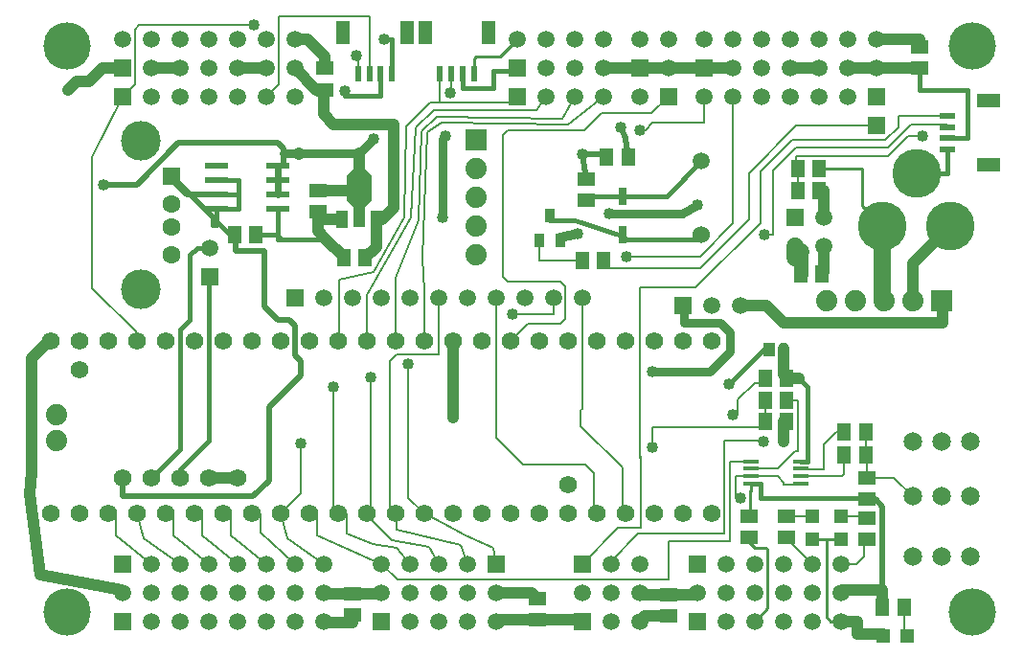
<source format=gtl>
G04 DipTrace 3.3.1.3*
G04 T4-T36-Breakout.gtl*
%MOIN*%
G04 #@! TF.FileFunction,Copper,L1,Top*
G04 #@! TF.Part,Single*
%AMOUTLINE0*
4,1,10,
0.019685,-0.100394,
0.019685,-0.033465,
0.043307,-0.009843,
0.043307,0.076772,
0.019685,0.100394,
-0.019685,0.100394,
-0.043307,0.076772,
-0.043307,-0.009843,
-0.019685,-0.033465,
-0.019685,-0.100394,
0.019685,-0.100394,
0*%
G04 #@! TA.AperFunction,ViaPad*
%ADD13C,0.04*%
G04 #@! TA.AperFunction,Conductor*
%ADD14C,0.015*%
%ADD15C,0.023622*%
%ADD16C,0.03937*%
%ADD18C,0.015748*%
%ADD19C,0.02*%
%ADD20C,0.03*%
%ADD21C,0.01*%
%ADD22C,0.008*%
%ADD24C,0.033465*%
%ADD25C,0.059055*%
G04 #@! TA.AperFunction,ComponentPad*
%ADD26C,0.06*%
G04 #@! TA.AperFunction,Conductor*
%ADD27C,0.051181*%
%ADD28R,0.059055X0.051181*%
%ADD29R,0.051181X0.059055*%
G04 #@! TA.AperFunction,ComponentPad*
%ADD30R,0.059055X0.059055*%
%ADD31C,0.059055*%
%ADD32R,0.031496X0.062992*%
G04 #@! TA.AperFunction,ComponentPad*
%ADD33C,0.17*%
%ADD34R,0.062992X0.062992*%
%ADD35C,0.062992*%
%ADD36C,0.137795*%
%ADD38C,0.065199*%
%ADD39R,0.03937X0.051181*%
%ADD40O,0.03937X0.051181*%
%ADD41R,0.047244X0.07874*%
%ADD42R,0.023622X0.05315*%
%ADD43R,0.07874X0.047244*%
%ADD44R,0.05315X0.023622*%
%ADD46R,0.047244X0.047244*%
%ADD47R,0.033465X0.051181*%
%ADD50R,0.07874X0.023622*%
G04 #@! TA.AperFunction,ComponentPad*
%ADD51R,0.074X0.074*%
%ADD52C,0.074*%
%ADD53C,0.06194*%
%ADD54C,0.074*%
%ADD56R,0.03937X0.059055*%
%ADD57R,0.055118X0.015748*%
G04 #@! TA.AperFunction,ViaPad*
%ADD59C,0.165*%
%ADD136OUTLINE0*%
%FSLAX26Y26*%
G04*
G70*
G90*
G75*
G01*
G04 Top*
%LPD*%
X2868700Y2443700D2*
D13*
X2768700D1*
X843700D2*
X943700D1*
X1143700D2*
X1243700D1*
X3068700D2*
X3168700D1*
X3268700D2*
X3368700D1*
X1343700D2*
X1418700Y2368700D1*
X1448700D1*
X2418700Y2443700D2*
X2768700D1*
X1518700Y2363700D2*
D14*
Y2348700D1*
X1643149D1*
Y2423700D1*
X3518700Y2443700D2*
Y2367401D1*
X3683700D1*
Y2199015D1*
X3614015D1*
X3368700Y2443700D2*
D13*
X3518700D1*
X1626810Y1918700D2*
D16*
Y1869172D1*
D13*
Y1821810D1*
X1588700Y1783700D1*
X1626810Y1918700D2*
D16*
X1648700D1*
D13*
X1688700Y1958700D1*
Y2248700D1*
X1517212D1*
X1478700D1*
X1443700Y2283700D1*
Y2363700D1*
X1448700Y2368700D1*
X1928149Y2423700D2*
D14*
Y2373700D1*
X2033700D1*
Y2433700D1*
X2108700D1*
X2118700Y2443700D1*
X743700D2*
D13*
X673700D1*
X628700Y2398700D1*
X583700D1*
X553700Y2368700D1*
X2643700Y611102D2*
X2736102D1*
X2743700Y618700D1*
X2543700D2*
X2551298Y611102D1*
X2643700D1*
X1543700Y613700D2*
X1638700D1*
X1643700Y618700D1*
X1443700D2*
X1448700Y613700D1*
X1543700D1*
X743700Y618700D2*
X741838Y627100D1*
X456836Y681899D1*
X423296Y960609D1*
X428700Y1035947D1*
Y1433700D1*
X488700Y1493700D1*
X493700D1*
X2930472Y998700D2*
D18*
X2963700D1*
Y948700D1*
X3333700D1*
Y943700D1*
X1283700Y2003700D2*
D15*
Y2053700D1*
X3243700Y618700D2*
D13*
X3253228Y628228D1*
X3372893D1*
X3388897D1*
Y568700D1*
X1283700Y2103700D2*
D19*
X1303700D1*
Y2148700D1*
Y2163700D1*
X1283700Y2183700D1*
X938700D1*
X793700Y2038700D1*
X678700D1*
X1283700Y2053700D2*
D15*
Y2103700D1*
X3333700Y943700D2*
D19*
X3363700D1*
X3388893Y918507D1*
Y644228D1*
X3372893Y628228D1*
X2358700Y2058503D2*
X2343734Y2143503D1*
X2418897D1*
X2428700Y2133700D1*
X1303700Y2148700D2*
D20*
X1358700D1*
X1568700D1*
X1618700Y2198700D1*
X1567755Y1989566D2*
D13*
X1568700Y2148700D1*
X1423700Y2018700D2*
X1538621D1*
X1567755Y1989566D1*
X2043700Y618700D2*
X2168700D1*
X2188700Y598700D1*
X1358700Y2143700D2*
Y2148700D1*
X2923700Y883700D2*
D21*
X2928700D1*
Y972598D1*
X2930472Y970826D1*
Y998700D1*
X1858700Y1923700D2*
D20*
Y2198700D1*
X1868700Y2208700D1*
X2893700Y1618700D2*
D13*
X2983700D1*
X3043700Y1558700D1*
X3598700D1*
Y1628700D1*
X3593700Y1633700D1*
X1693700Y1493700D2*
D22*
Y1713700D1*
X1773700Y1913700D1*
X1783700Y2223700D1*
X1838700Y2273700D1*
X2273700Y2268700D1*
X2318700Y2343700D1*
X793700Y1493700D2*
Y1523700D1*
X638700Y1678700D1*
Y2133755D1*
X743700Y2343700D1*
X3093700Y2093700D2*
Y2018700D1*
X3093897D1*
X3093700Y2093700D2*
Y2089231D1*
X3088700Y2084231D1*
Y2138700D1*
X3408700D1*
X3478700Y2208700D1*
X3528700D1*
X743700Y2343700D2*
X787228Y2387228D1*
Y2577700D1*
X803228Y2593700D1*
X1201606D1*
X693700Y893700D2*
X721200D1*
Y818700D1*
X843700Y718700D1*
X793700Y893700D2*
X818700Y808222D1*
X943700Y718700D1*
X893700Y893700D2*
X921200D1*
Y818478D1*
X1043700Y718700D1*
X993700Y893700D2*
X1021200D1*
Y818200D1*
X1143700Y718700D1*
X1093700Y893700D2*
X1121200D1*
Y818645D1*
X1243700Y718700D1*
X3053700Y808897D2*
Y808700D1*
X3143700Y718700D1*
X3243700D2*
X3298700D1*
X3323700Y743700D1*
Y793897D1*
X3333700Y803897D1*
X2498700Y1788700D2*
X2753700D1*
X2868700Y1903700D1*
Y2343700D1*
X2543700Y2228700D2*
X2563700D1*
X2588700Y2253700D1*
X2768700D1*
Y2343700D1*
X1593700Y893700D2*
X1588700D1*
X1682413Y799987D1*
X1812413Y775638D1*
X1843700Y718700D1*
X1608700Y1368700D2*
Y908700D1*
X1593700Y893700D1*
X1693700D2*
X1698700D1*
Y837182D1*
X1922896Y782468D1*
X1943700Y718700D1*
X1843700Y1643700D2*
Y1448700D1*
X1698700D1*
X1673700Y1423700D1*
Y913700D1*
X1693700Y893700D1*
X1793700D2*
X1863700Y858700D1*
X1938700Y818700D1*
X2033700Y773700D1*
X2043700Y718700D1*
X1738700Y1413700D2*
Y948700D1*
X1793700Y893700D1*
Y1493700D2*
Y1667735D1*
X1788700Y1783700D1*
X1804419Y2219234D1*
X1853700Y2253700D1*
X2294973Y2245998D1*
X2418700Y2343700D1*
X1593700Y1493700D2*
Y1653552D1*
X1748700Y1923700D1*
X1763700Y2238700D1*
X1828700Y2298700D1*
X2183700D1*
X2218700Y2343700D1*
X2101228Y1586172D2*
X2243700D1*
Y1643700D1*
X2118700Y2343700D2*
X2113700Y2338700D1*
Y2323700D1*
X1848700D1*
X1849409Y2324914D1*
Y2423700D1*
X1493700Y1493700D2*
X1499684Y1487716D1*
Y1706191D1*
X1618700Y1733700D1*
X1723700Y1923700D1*
X1731200Y2241200D1*
X1814914Y2324914D1*
X1849409D1*
X1883700Y2358700D2*
X1888779D1*
Y2423700D1*
X1243700Y2343700D2*
X1287228Y2387228D1*
Y2623700D1*
X1603779D1*
Y2423700D1*
X1558700Y2488700D2*
Y2473913D1*
X1564409Y2468204D1*
Y2423700D1*
X2343700Y718700D2*
X2468700Y843700D1*
X2548700D1*
Y1093700D1*
X2543700Y1088700D1*
Y1678922D1*
X2738922D1*
X2963700Y1903700D1*
Y2083700D1*
X3073700Y2193700D1*
X3398700D1*
X3443700Y2238700D1*
Y2278700D1*
X3618700D1*
X3614015Y2274015D1*
Y2277755D1*
X2043700Y1643700D2*
Y1158700D1*
X2138700Y1063700D1*
X2353700D1*
X2383700Y1033700D1*
Y903700D1*
X2393700Y893700D1*
X2343700Y1643700D2*
Y1258700D1*
X2338700Y1253700D1*
Y1198700D1*
X2483700Y1053700D1*
Y903700D1*
X2493700Y893700D1*
X2978700Y1863700D2*
X3008700D1*
Y2088700D1*
X3088700Y2168700D1*
X3408700D1*
X3488700Y2248700D1*
X3614015D1*
Y2238385D1*
X2443700Y718700D2*
Y728700D1*
X2538700Y823700D1*
X2838700D1*
Y1148700D1*
X2973700D1*
Y1143700D1*
X1193700Y893700D2*
X1223700D1*
Y828700D1*
X1343700Y718700D1*
X2868700Y1238700D2*
X2886512D1*
Y1291512D1*
X2943700Y1348700D1*
X2981298D1*
Y1363700D1*
X2893700Y948700D2*
X2878700D1*
Y1024291D1*
X2930472D1*
X2931062Y1023700D1*
X3023700D1*
X3046103Y1001297D1*
Y993700D1*
X3103700D1*
Y998700D1*
X1293700Y893700D2*
X1318700Y808222D1*
X1443700Y718700D1*
X2588700Y1123700D2*
Y1193700D1*
X2981298D1*
Y1213700D1*
X1293700Y893700D2*
X1363700Y963700D1*
Y1138700D1*
X2981298Y1213700D2*
Y1288700D1*
X1393700Y893700D2*
X1421200D1*
Y818200D1*
X1643700Y718700D1*
X1700172Y662228D1*
X2643700D1*
Y798700D1*
X2858700D1*
Y1075472D1*
X2930472D1*
X1493700Y893700D2*
X1523700D1*
Y823644D1*
X1613700Y788700D1*
X1698700Y773700D1*
X1743700Y718700D1*
X1478700Y1333700D2*
Y908700D1*
X1493700Y893700D1*
X3493700Y953700D2*
X3428897Y1018503D1*
X3333700D1*
X3331102Y1098700D2*
Y1178700D1*
X3333700Y1018503D2*
Y1098700D1*
X3331102D1*
X1443700Y518700D2*
D13*
Y513700D1*
X1543700D1*
Y538897D1*
X1893700Y1228700D2*
Y1493700D1*
X2543700Y518700D2*
X2561298Y536298D1*
X2643700D1*
X3243700Y518700D2*
X3303228D1*
Y473700D1*
X3391220D1*
Y468700D1*
X3506810Y2078739D2*
D14*
X3614015D1*
Y2159645D1*
X1343700Y2543700D2*
D13*
X1388700D1*
X1448700Y2483700D1*
Y2443503D1*
X1682519Y2423700D2*
D14*
Y2543700D1*
X1653700D1*
X1452700Y1848700D2*
X1296978D1*
X1283700D1*
Y1953700D1*
X3043700Y1143700D2*
D13*
Y1213700D1*
X3056102D1*
X3183700Y1923700D2*
Y2018700D1*
X3168700D1*
X3368700Y2543700D2*
X3518700D1*
Y2518503D1*
X1043700Y1018700D2*
X1143700D1*
X1967519Y2423700D2*
D21*
Y2477519D1*
X1973700Y2483700D1*
X2058700D1*
X2118700Y2543700D1*
X3103700Y1075472D2*
D14*
X3128700D1*
Y1333700D1*
X3098700Y1363700D1*
D13*
X3056102D1*
X2503503Y2133700D2*
D19*
X2513797Y2123406D1*
X2498645Y2169422D1*
X2493645Y2199422D1*
X2478700Y2238700D1*
X2188700Y523897D2*
D13*
X2338503D1*
X2343700Y518700D1*
X2188700Y523897D2*
X2048897D1*
X2043700Y518700D1*
X1423700Y1943897D2*
Y1912023D1*
Y1877700D1*
X1452700Y1848700D1*
X1513897Y1783700D2*
Y1787503D1*
X1452700Y1848700D1*
X1508700Y1918700D2*
D16*
X1469015D1*
D13*
X1430377D1*
X1423700Y1912023D1*
X1208700Y1863700D2*
D14*
X1281978D1*
X1296978Y1848700D1*
X2268503Y1843700D2*
D24*
Y1853700D1*
X2328700Y1868700D1*
X3143700Y802361D2*
D21*
X3193700D1*
X3243700D1*
X3193700D2*
Y533700D1*
X3208700Y518700D1*
X3243700D1*
X3043700Y1463700D2*
D16*
Y1418109D1*
D13*
Y1376102D1*
X3056102Y1363700D1*
X3493700Y1633700D2*
Y1762480D1*
X3624920Y1893700D1*
X3183700Y1823700D2*
Y1733897D1*
X3178503Y1728700D1*
X2923700Y808897D2*
D21*
Y793700D1*
X2943700Y773700D1*
X2983700D1*
X2988700Y768700D1*
Y563700D1*
X2943700Y518700D1*
X2758700Y1863700D2*
D14*
Y1848700D1*
X2499842D1*
X2483700Y1864842D1*
X2231102Y1930314D2*
Y1913839D1*
X2319212D1*
X2472892Y1864842D1*
X2483700D1*
X3103700Y1024291D2*
D22*
X3249291D1*
X3256298Y1031298D1*
Y1098700D1*
X2483700Y1998700D2*
D14*
X2637747D1*
X2758700Y2119653D1*
X2483700Y1998700D2*
X2373700D1*
X2358700Y1983700D1*
X3053700Y883700D2*
D22*
X3142361D1*
X3143700Y885039D1*
X3243700D2*
X3327361D1*
X3333700Y878700D1*
X2343700Y1773700D2*
X2193700D1*
Y1843700D1*
X3473897Y468700D2*
X3463700Y478897D1*
Y568700D1*
X3103700Y1049881D2*
Y1048700D1*
X3183700D1*
Y1133700D1*
X3228700Y1178700D1*
X3256298D1*
X3056102Y1288700D2*
X3095692D1*
Y1110363D1*
X3085363D1*
X3024881Y1049881D1*
X2930472D1*
X2643700Y2343700D2*
X2585700Y2285700D1*
X2410699D1*
X2352226Y2227228D1*
X2085968D1*
X2069968Y2211228D1*
Y1717228D1*
X2085968Y1701228D1*
X2269228D1*
X2285228Y1685228D1*
Y1570169D1*
X2269228Y1554169D1*
X2154169D1*
X2093700Y1493700D1*
X3368700Y2243700D2*
X3088700D1*
X2923700Y2078700D1*
Y1918700D1*
X2753700Y1748700D1*
X2398700D1*
X2408700Y1783700D1*
X2433503Y1788700D1*
X2418503Y1773700D1*
X943700Y1018700D2*
D14*
Y1048700D1*
X1043700Y1148700D1*
Y1713700D1*
X1048700Y1718700D1*
Y1818700D2*
X1003700D1*
X978700Y1793700D1*
Y1568700D1*
X943700Y1533700D1*
Y1118700D1*
X843700Y1018700D1*
X2853700Y1343700D2*
X2983700Y1473700D1*
X2993700Y1463700D1*
X3168503Y2093700D2*
D21*
X3318700D1*
Y1963700D1*
X3388700Y1893700D1*
D26*
Y1638700D1*
X3393700Y1633700D1*
X3103700Y1728700D2*
D27*
Y1802978D1*
D26*
X3083700Y1782978D1*
D25*
Y1823700D1*
X2438469Y1938239D2*
D20*
X2692512D1*
X2743700Y1968700D1*
X2588700Y1388700D2*
X2788700D1*
X2858700Y1458700D1*
Y1523700D1*
X2823700Y1558700D1*
X2698700D1*
Y1613700D1*
X2693700Y1618700D1*
X1133897Y1863700D2*
D14*
X1148700D1*
Y1848700D1*
X1133700D1*
X913700Y2068700D1*
X1071102Y2003700D2*
X1148700D1*
Y2053700D1*
X1071102D1*
Y1953700D2*
X1148700D1*
Y2003700D1*
X913700Y2068700D2*
X918700D1*
X1058700Y1928700D1*
Y1898700D1*
X1071102D1*
Y1953700D1*
X913700Y2068700D2*
D19*
Y2058700D1*
X968700Y2003700D1*
X1071102D1*
X743700Y1018700D2*
Y953700D1*
X1198700D1*
X1253700Y1008700D1*
Y1263700D1*
X1363700Y1373700D1*
Y1423700D1*
X1343700Y1443700D1*
Y1548700D1*
X1323700Y1568700D1*
X1283700D1*
X1238700Y1613700D1*
Y1808700D1*
X1138700D1*
Y1863700D1*
X1133897D1*
D13*
X1517212Y2248700D3*
X553700Y2368700D3*
X1618700Y2198700D3*
X2343734Y2143503D3*
X1358700Y2143700D3*
X1858700Y1923700D3*
X1868700Y2208700D3*
X1608700Y1368700D3*
X1738700Y1413700D3*
X1478700Y1333700D3*
X1893700Y1228700D3*
X2478700Y2238700D3*
X2328700Y1868700D3*
X2853700Y1343700D3*
X2438469Y1938239D3*
X2743700Y1968700D3*
X2588700Y1388700D3*
D59*
X3700787Y551180D3*
X551180D3*
Y2519684D3*
X3700787D3*
D13*
X1653700Y2543700D3*
X1452700Y1848700D3*
X3043700Y1143700D3*
X1518700Y2363700D3*
X678700Y2038700D3*
X2498700Y1788700D3*
X2543700Y2228700D3*
X1883700Y2358700D3*
X1558700Y2488700D3*
X2978700Y1863700D3*
X2868700Y1238700D3*
X2893700Y948700D3*
X2588700Y1123700D3*
X1363700Y1138700D3*
X2973700Y1143700D3*
X3528700Y2208700D3*
X1201606Y2593700D3*
X2101228Y1586172D3*
D28*
X3518700Y2443700D3*
Y2518503D3*
X2923700Y883700D3*
Y808897D3*
X2188700Y598700D3*
Y523897D3*
D29*
X1208700Y1863700D3*
X1133897D3*
X2428700Y2133700D3*
X2503503D3*
D28*
X1448700Y2368700D3*
Y2443503D3*
X1543700Y613700D3*
Y538897D3*
X2643700Y611102D3*
Y536298D3*
D29*
X3103700Y1728700D3*
X3178503D3*
D28*
X1423700Y2018700D3*
Y1943897D3*
D29*
X1588700Y1783700D3*
X1513897D3*
D30*
X2768700Y2443700D3*
D31*
Y2543700D3*
X2868700Y2443700D3*
Y2543700D3*
X2968700Y2443700D3*
Y2543700D3*
X3068700Y2443700D3*
Y2543700D3*
X3168700Y2443700D3*
Y2543700D3*
X3268700Y2443700D3*
Y2543700D3*
X3368700Y2443700D3*
Y2543700D3*
D30*
X2118700Y2443700D3*
D31*
Y2543700D3*
X2218700Y2443700D3*
Y2543700D3*
X2318700Y2443700D3*
Y2543700D3*
X2418700Y2443700D3*
Y2543700D3*
D30*
X743700Y2443700D3*
D31*
Y2543700D3*
X843700Y2443700D3*
Y2543700D3*
X943700Y2443700D3*
Y2543700D3*
X1043700Y2443700D3*
Y2543700D3*
X1143700Y2443700D3*
Y2543700D3*
X1243700Y2443700D3*
Y2543700D3*
X1343700Y2443700D3*
Y2543700D3*
D30*
X743700Y518700D3*
D31*
Y618700D3*
X843700Y518700D3*
Y618700D3*
X943700Y518700D3*
Y618700D3*
X1043700Y518700D3*
Y618700D3*
X1143700Y518700D3*
Y618700D3*
X1243700Y518700D3*
Y618700D3*
X1343700Y518700D3*
Y618700D3*
X1443700Y518700D3*
Y618700D3*
D30*
X1643700Y518700D3*
D31*
Y618700D3*
X1743700Y518700D3*
Y618700D3*
X1843700Y518700D3*
Y618700D3*
X1943700Y518700D3*
Y618700D3*
X2043700Y518700D3*
Y618700D3*
D30*
X2743700Y518700D3*
D31*
Y618700D3*
X2843700Y518700D3*
Y618700D3*
X2943700Y518700D3*
Y618700D3*
X3043700Y518700D3*
Y618700D3*
X3143700Y518700D3*
Y618700D3*
X3243700Y518700D3*
Y618700D3*
D30*
X2343700Y518700D3*
D31*
Y618700D3*
X2443700Y518700D3*
Y618700D3*
X2543700Y518700D3*
Y618700D3*
D32*
X2483700Y1998700D3*
Y1864842D3*
D33*
X3388700Y1893700D3*
X3624920D3*
X3506810Y2078739D3*
D34*
X913700Y2068700D3*
D35*
Y1970275D3*
Y1891535D3*
Y1793109D3*
D36*
X807007Y2189566D3*
Y1672243D3*
D30*
X1343700Y1643700D3*
D31*
X1443700D3*
X1543700D3*
X1643700D3*
X1743700D3*
X1843700D3*
X1943700D3*
X2043700D3*
X2143700D3*
X2243700D3*
X2343700D3*
D38*
X3693700Y1143700D3*
X3593700D3*
X3493700D3*
X3693700Y953700D3*
X3593700D3*
X3493700D3*
X3693700Y743700D3*
X3593700D3*
X3493700D3*
D39*
X2993700Y1463700D3*
D40*
X3043700D3*
D30*
X743700Y718700D3*
D31*
X843700D3*
X943700D3*
X1043700D3*
X1143700D3*
X1243700D3*
X1343700D3*
X1443700D3*
D30*
X2043700D3*
D31*
X1943700D3*
X1843700D3*
X1743700D3*
X1643700D3*
D30*
X2743700D3*
D31*
X2843700D3*
X2943700D3*
X3043700D3*
X3143700D3*
X3243700D3*
D30*
X3368700Y2343700D3*
D31*
X3268700D3*
X3168700D3*
X3068700D3*
X2968700D3*
X2868700D3*
X2768700D3*
D30*
X2118700D3*
D31*
X2218700D3*
X2318700D3*
X2418700D3*
D30*
X743700D3*
D31*
X843700D3*
X943700D3*
X1043700D3*
X1143700D3*
X1243700D3*
X1343700D3*
D30*
X2343700Y718700D3*
D31*
X2443700D3*
X2543700D3*
D30*
X2643700Y2343700D3*
D31*
X2543700D3*
D41*
X1733700Y2568385D3*
X1513228D3*
D42*
X1682519Y2423700D3*
X1643149D3*
X1603779D3*
X1564409D3*
D41*
X2018700Y2568385D3*
X1798228D3*
D42*
X1967519Y2423700D3*
X1928149D3*
X1888779D3*
X1849409D3*
D43*
X3758700Y2108464D3*
Y2328936D3*
D44*
X3614015Y2159645D3*
Y2199015D3*
Y2238385D3*
Y2277755D3*
D30*
X3368700Y2243700D3*
X1048700Y1718700D3*
D31*
Y1818700D3*
D30*
X3083700Y1923700D3*
D31*
X3183700D3*
X3083700Y1823700D3*
X3183700D3*
D46*
X3143700Y885039D3*
Y802361D3*
X3243700Y885039D3*
Y802361D3*
X3391220Y468700D3*
X3473897D3*
D47*
X2193700Y1843700D3*
X2268503D3*
X2231102Y1930314D3*
D29*
X3093700Y2093700D3*
X3168503D3*
X3168700Y2018700D3*
X3093897D3*
X2343700Y1773700D3*
X2418503D3*
D28*
X2358700Y1983700D3*
Y2058503D3*
D29*
X3463700Y568700D3*
X3388897D3*
X3056102Y1363700D3*
X2981298D3*
D28*
X3053700Y883700D3*
Y808897D3*
X3333700Y943700D3*
Y1018503D3*
D29*
X3056102Y1288700D3*
X2981298D3*
X3256298Y1178700D3*
X3331102D3*
X3256298Y1098700D3*
X3331102D3*
X3056102Y1213700D3*
X2981298D3*
D28*
X3333700Y878700D3*
Y803897D3*
D26*
X2758700Y1863700D3*
D31*
Y2119653D3*
D50*
X1283700Y1953700D3*
Y2003700D3*
Y2053700D3*
Y2103700D3*
X1071102D3*
Y2053700D3*
Y2003700D3*
Y1953700D3*
D51*
X3593700Y1633700D3*
D52*
X3493700D3*
X3393700D3*
X3193700D3*
X3293700D3*
D53*
X493700Y893700D3*
X593700D3*
X693700D3*
X793700D3*
X893700D3*
X993700D3*
X1093700D3*
X1193700D3*
X1293700D3*
X1393700D3*
X1493700D3*
X1593700D3*
X1693700D3*
X1793700D3*
X2293700Y993700D3*
X593700Y1393700D3*
D54*
X515700Y1238700D3*
Y1148700D3*
D53*
X2093700Y1493700D3*
X1793700D3*
X1693700D3*
X1593700D3*
X1493700D3*
X1393700D3*
X1293700D3*
X1193700D3*
X1093700D3*
X993700D3*
X893700D3*
X793700D3*
X693700D3*
X593700D3*
X493700D3*
X743700Y1018700D3*
X843700D3*
X943700D3*
X2393700Y893700D3*
X2493700D3*
X2293700D3*
X2193700D3*
X2093700D3*
X1993700D3*
X2593700D3*
X2693700D3*
X2793700D3*
Y1493700D3*
X1893700Y893700D3*
X2693700Y1493700D3*
X1893700D3*
X2593700D3*
X2393700D3*
X2293700D3*
X2193700D3*
X2493700D3*
X1993700D3*
X1043700Y1018700D3*
X1143700D3*
D51*
X1973700Y2193700D3*
D52*
Y2093700D3*
Y1993700D3*
Y1793700D3*
Y1893700D3*
D56*
X1508700Y1918700D3*
D136*
X1567755Y1989566D3*
D56*
X1626810Y1918700D3*
D30*
X2543700Y2443700D3*
D31*
Y2543700D3*
X2643700Y2443700D3*
Y2543700D3*
D57*
X3103700Y998700D3*
Y1024291D3*
Y1049881D3*
Y1075472D3*
X2930472D3*
Y1049881D3*
Y1024291D3*
Y998700D3*
D30*
X2693700Y1618700D3*
D31*
X2793700D3*
X2893700D3*
M02*

</source>
